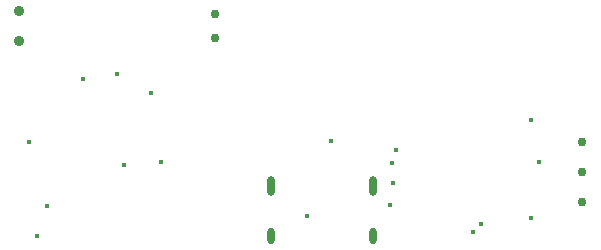
<source format=gbr>
%TF.GenerationSoftware,KiCad,Pcbnew,7.0.7*%
%TF.CreationDate,2024-01-23T19:19:44-06:00*%
%TF.ProjectId,Md-rev-1,4d642d72-6576-42d3-912e-6b696361645f,rev?*%
%TF.SameCoordinates,Original*%
%TF.FileFunction,Plated,1,2,PTH,Mixed*%
%TF.FilePolarity,Positive*%
%FSLAX46Y46*%
G04 Gerber Fmt 4.6, Leading zero omitted, Abs format (unit mm)*
G04 Created by KiCad (PCBNEW 7.0.7) date 2024-01-23 19:19:44*
%MOMM*%
%LPD*%
G01*
G04 APERTURE LIST*
%TA.AperFunction,ViaDrill*%
%ADD10C,0.400000*%
%TD*%
G04 aperture for slot hole*
%TA.AperFunction,ComponentDrill*%
%ADD11O,0.600000X1.700000*%
%TD*%
G04 aperture for slot hole*
%TA.AperFunction,ComponentDrill*%
%ADD12O,0.600000X1.400000*%
%TD*%
%TA.AperFunction,ComponentDrill*%
%ADD13C,0.750000*%
%TD*%
%TA.AperFunction,ComponentDrill*%
%ADD14C,0.760000*%
%TD*%
%TA.AperFunction,ComponentDrill*%
%ADD15C,0.870000*%
%TD*%
G04 APERTURE END LIST*
D10*
X132100000Y-116380000D03*
X132780000Y-124330000D03*
X133700000Y-121800000D03*
X136740000Y-111040000D03*
X139630000Y-110620000D03*
X140140000Y-118350000D03*
X142450000Y-112180000D03*
X143310000Y-118060000D03*
X155660000Y-122630000D03*
X157720000Y-116270000D03*
X162720000Y-121660000D03*
X162900000Y-118120000D03*
X162930000Y-119810000D03*
X163200000Y-117050000D03*
X169760000Y-124000000D03*
X170450000Y-123320000D03*
X174600000Y-122830000D03*
X174670000Y-114460000D03*
X175350000Y-118080000D03*
D11*
%TO.C,J1*%
X152590000Y-120120000D03*
D12*
X152590000Y-124300000D03*
D11*
X161230000Y-120120000D03*
D12*
X161230000Y-124300000D03*
D13*
%TO.C,*%
X147870000Y-105530000D03*
X147870000Y-107530000D03*
D14*
X178960000Y-116400000D03*
X178960000Y-118940000D03*
X178960000Y-121480000D03*
D15*
X131330000Y-105250000D03*
X131330000Y-107790000D03*
M02*

</source>
